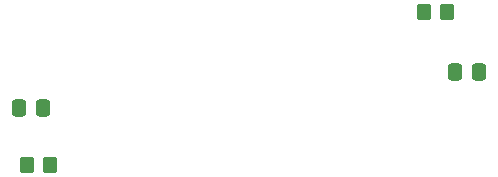
<source format=gtp>
G04 #@! TF.GenerationSoftware,KiCad,Pcbnew,7.0.5*
G04 #@! TF.CreationDate,2024-02-16T17:04:07-05:00*
G04 #@! TF.ProjectId,SoyuzLedBoard,536f7975-7a4c-4656-9442-6f6172642e6b,rev?*
G04 #@! TF.SameCoordinates,Original*
G04 #@! TF.FileFunction,Paste,Top*
G04 #@! TF.FilePolarity,Positive*
%FSLAX46Y46*%
G04 Gerber Fmt 4.6, Leading zero omitted, Abs format (unit mm)*
G04 Created by KiCad (PCBNEW 7.0.5) date 2024-02-16 17:04:07*
%MOMM*%
%LPD*%
G01*
G04 APERTURE LIST*
G04 Aperture macros list*
%AMRoundRect*
0 Rectangle with rounded corners*
0 $1 Rounding radius*
0 $2 $3 $4 $5 $6 $7 $8 $9 X,Y pos of 4 corners*
0 Add a 4 corners polygon primitive as box body*
4,1,4,$2,$3,$4,$5,$6,$7,$8,$9,$2,$3,0*
0 Add four circle primitives for the rounded corners*
1,1,$1+$1,$2,$3*
1,1,$1+$1,$4,$5*
1,1,$1+$1,$6,$7*
1,1,$1+$1,$8,$9*
0 Add four rect primitives between the rounded corners*
20,1,$1+$1,$2,$3,$4,$5,0*
20,1,$1+$1,$4,$5,$6,$7,0*
20,1,$1+$1,$6,$7,$8,$9,0*
20,1,$1+$1,$8,$9,$2,$3,0*%
G04 Aperture macros list end*
%ADD10RoundRect,0.250000X-0.350000X-0.450000X0.350000X-0.450000X0.350000X0.450000X-0.350000X0.450000X0*%
%ADD11RoundRect,0.250000X0.350000X0.450000X-0.350000X0.450000X-0.350000X-0.450000X0.350000X-0.450000X0*%
%ADD12RoundRect,0.250000X-0.337500X-0.475000X0.337500X-0.475000X0.337500X0.475000X-0.337500X0.475000X0*%
G04 APERTURE END LIST*
D10*
X112800000Y-47300000D03*
X114800000Y-47300000D03*
D11*
X79200000Y-60200000D03*
X81200000Y-60200000D03*
D12*
X78525000Y-55400000D03*
X80600000Y-55400000D03*
X115425000Y-52400000D03*
X117500000Y-52400000D03*
M02*

</source>
